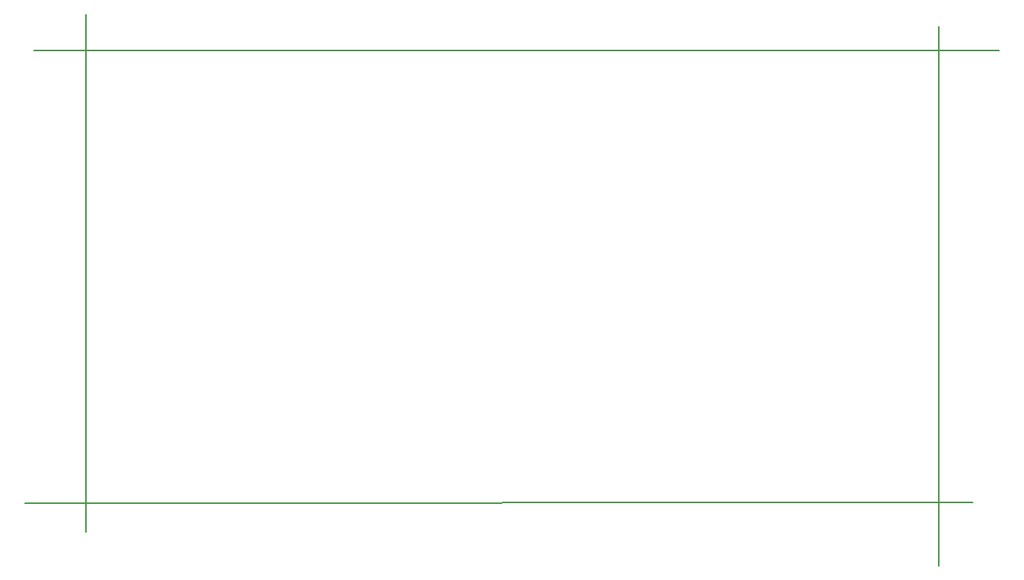
<source format=gbr>
G04 #@! TF.GenerationSoftware,KiCad,Pcbnew,(5.0.1-3-g963ef8bb5)*
G04 #@! TF.CreationDate,2018-11-14T22:17:04-08:00*
G04 #@! TF.ProjectId,eurorack-psu,6575726F7261636B2D7073752E6B6963,rev?*
G04 #@! TF.SameCoordinates,Original*
G04 #@! TF.FileFunction,Profile,NP*
%FSLAX46Y46*%
G04 Gerber Fmt 4.6, Leading zero omitted, Abs format (unit mm)*
G04 Created by KiCad (PCBNEW (5.0.1-3-g963ef8bb5)) date Wednesday, November 14, 2018 at 10:17:04 PM*
%MOMM*%
%LPD*%
G01*
G04 APERTURE LIST*
%ADD10C,0.150000*%
G04 APERTURE END LIST*
D10*
X130556000Y-121666000D02*
X130556000Y-63500000D01*
X230124000Y-118364000D02*
X123698000Y-118491000D01*
X226314000Y-64897000D02*
X226314000Y-125476000D01*
X124714000Y-67564000D02*
X233045000Y-67564000D01*
M02*

</source>
